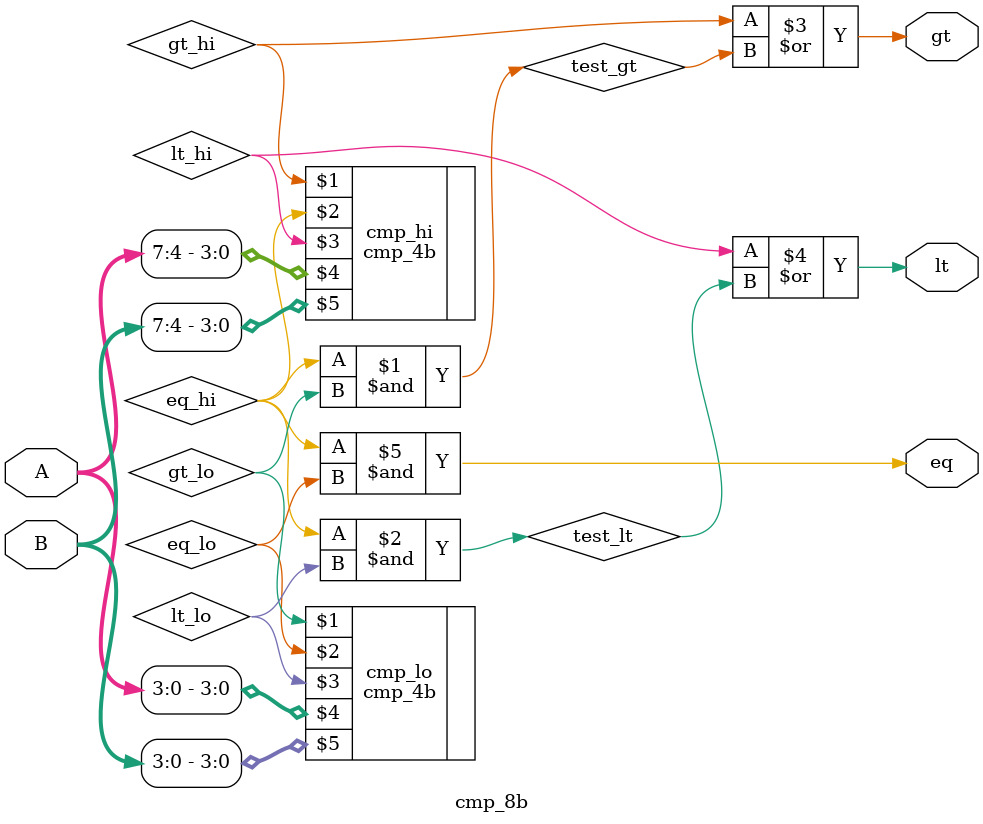
<source format=v>
module cmp_8b (gt, eq, lt, A, B);

  output wire gt, eq, lt;
  input wire [7:0] A, B;

  wire gt_hi, eq_hi, lt_hi;
  wire gt_lo, eq_lo, lt_lo;
  wire test_gt, test_lt;

  cmp_4b cmp_hi (gt_hi, eq_hi, lt_hi, A[7:4], B[7:4]);
  cmp_4b cmp_lo (gt_lo, eq_lo, lt_lo, A[3:0], B[3:0]);

  and and_gt (test_gt, eq_hi, gt_lo);
  and and_lt (test_lt, eq_hi, lt_lo);

  or or_gt (gt, gt_hi, test_gt);
  or or_lt (lt, lt_hi, test_lt);

  and and_eq (eq, eq_hi, eq_lo);

endmodule

</source>
